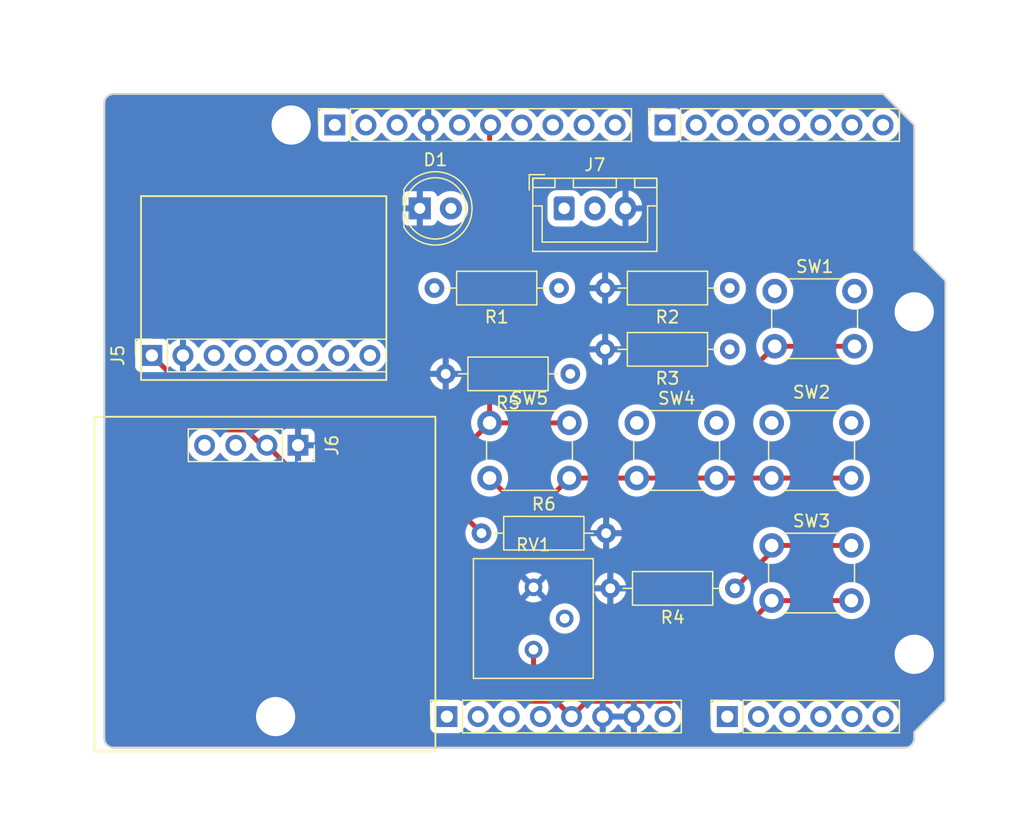
<source format=kicad_pcb>
(kicad_pcb (version 20240108) (generator "pcbnew") (generator_version "8.0")
  (title_block (date "mar. 31 mars 2015"))
  (layers (0 "F.Cu" signal) (31 "B.Cu" signal) (34 "B.Paste" user) (35 "F.Paste" user) (36 "B.SilkS" user "B.Silkscreen") (37 "F.SilkS" user "F.Silkscreen") (38 "B.Mask" user) (39 "F.Mask" user) (44 "Edge.Cuts" user))
  (net 0 "")
  (net 1 "GND")
  (net 3 "+5V")
  (net 4 "/IOREF")
  (net 5 "/A1")
  (net 6 "/A2")
  (net 7 "/A3")
  (net 8 "/SDA{slash}A4")
  (net 9 "/SCL{slash}A5")
  (net 10 "/13")
  (net 11 "/AREF")
  (net 12 "/*11")
  (net 13 "/*9")
  (net 14 "/2")
  (net 15 "/TX{slash}1")
  (net 16 "/RX{slash}0")
  (net 17 "+3V3")
  (net 18 "VCC")
  (net 19 "/~{RESET}")
  (net 20 "/I2C_SCL")
  (net 21 "/I2C_SDA")
  (net 26 "Net-(D1-A)")
  (net 27 "/TEMP_DIGITAL")
  (net 28 "/LED_LIGHT")
  (net 29 "/BUTTON_ON{slash}OFF")
  (net 30 "/BUTTON_LIGHT")
  (net 31 "/BUTTON_UNIT")
  (net 32 "/BUTTON_CAL")
  (net 33 "/BUTTON_LOCK")
  (net 34 "/TEMP_SENSOR")
  (net 35 "/*5")
  (footprint "Connector_PinSocket_2.54mm:PinSocket_1x08_P2.54mm_Vertical" (layer "F.Cu") (at 127.94 97.46 90)
    (property "Reference" "J1" (hide yes))
    (property "Value" "Power")
    (fp_line (start 1.33 -1.33) (end 1.33 0) (stroke (width 0.12)) (layer "F.SilkS"))
    (fp_line (start 0 -1.33) (end 1.33 -1.33) (stroke (width 0.12)) (layer "F.SilkS"))
    (fp_line (start 1.33 1.27) (end 1.33 19.11) (stroke (width 0.12)) (layer "F.SilkS"))
    (fp_line (start -1.33 1.27) (end 1.33 1.27) (stroke (width 0.12)) (layer "F.SilkS"))
    (fp_line (start -1.33 1.27) (end -1.33 19.11) (stroke (width 0.12)) (layer "F.SilkS"))
    (fp_line (start -1.33 19.11) (end 1.33 19.11) (stroke (width 0.12)) (layer "F.SilkS"))
    (pad "1" thru_hole rect (at 0 0 90) (size 1.7 1.7) (drill 1) (layers "*.Cu" "*.Mask"))
    (pad "2" thru_hole oval (at 0 2.54 90) (size 1.7 1.7) (drill 1) (layers "*.Cu" "*.Mask") (net 4 "/IOREF"))
    (pad "3" thru_hole oval (at 0 5.08 90) (size 1.7 1.7) (drill 1) (layers "*.Cu" "*.Mask") (net 19 "/~{RESET}"))
    (pad "4" thru_hole oval (at 0 7.62 90) (size 1.7 1.7) (drill 1) (layers "*.Cu" "*.Mask") (net 17 "+3V3"))
    (pad "5" thru_hole oval (at 0 10.16 90) (size 1.7 1.7) (drill 1) (layers "*.Cu" "*.Mask") (net 3 "+5V"))
    (pad "6" thru_hole oval (at 0 12.7 90) (size 1.7 1.7) (drill 1) (layers "*.Cu" "*.Mask") (net 1 "GND"))
    (pad "7" thru_hole oval (at 0 15.24 90) (size 1.7 1.7) (drill 1) (layers "*.Cu" "*.Mask") (net 1 "GND"))
    (pad "8" thru_hole oval (at 0 17.78 90) (size 1.7 1.7) (drill 1) (layers "*.Cu" "*.Mask") (net 18 "VCC"))
  )
  (footprint "Connector_PinSocket_2.54mm:PinSocket_1x06_P2.54mm_Vertical" (layer "F.Cu") (at 150.8 97.46 90)
    (property "Reference" "J3" (hide yes))
    (property "Value" "Analog")
    (fp_line (start 1.33 -1.33) (end 1.33 0) (stroke (width 0.12)) (layer "F.SilkS"))
    (fp_line (start 0 -1.33) (end 1.33 -1.33) (stroke (width 0.12)) (layer "F.SilkS"))
    (fp_line (start 1.33 1.27) (end 1.33 14.03) (stroke (width 0.12)) (layer "F.SilkS"))
    (fp_line (start -1.33 1.27) (end 1.33 1.27) (stroke (width 0.12)) (layer "F.SilkS"))
    (fp_line (start -1.33 1.27) (end -1.33 14.03) (stroke (width 0.12)) (layer "F.SilkS"))
    (fp_line (start -1.33 14.03) (end 1.33 14.03) (stroke (width 0.12)) (layer "F.SilkS"))
    (pad "1" thru_hole rect (at 0 0 90) (size 1.7 1.7) (drill 1) (layers "*.Cu" "*.Mask") (net 34 "/TEMP_SENSOR"))
    (pad "2" thru_hole oval (at 0 2.54 90) (size 1.7 1.7) (drill 1) (layers "*.Cu" "*.Mask") (net 5 "/A1"))
    (pad "3" thru_hole oval (at 0 5.08 90) (size 1.7 1.7) (drill 1) (layers "*.Cu" "*.Mask") (net 6 "/A2"))
    (pad "4" thru_hole oval (at 0 7.62 90) (size 1.7 1.7) (drill 1) (layers "*.Cu" "*.Mask") (net 7 "/A3"))
    (pad "5" thru_hole oval (at 0 10.16 90) (size 1.7 1.7) (drill 1) (layers "*.Cu" "*.Mask") (net 8 "/SDA{slash}A4"))
    (pad "6" thru_hole oval (at 0 12.7 90) (size 1.7 1.7) (drill 1) (layers "*.Cu" "*.Mask") (net 9 "/SCL{slash}A5"))
  )
  (footprint "Connector_PinSocket_2.54mm:PinSocket_1x10_P2.54mm_Vertical" (layer "F.Cu") (at 118.796 49.2 90)
    (property "Reference" "J2" (hide yes))
    (property "Value" "Digital/PWM")
    (fp_line (start 1.33 -1.33) (end 1.33 0) (stroke (width 0.12)) (layer "F.SilkS"))
    (fp_line (start 0 -1.33) (end 1.33 -1.33) (stroke (width 0.12)) (layer "F.SilkS"))
    (fp_line (start 1.33 1.27) (end 1.33 24.19) (stroke (width 0.12)) (layer "F.SilkS"))
    (fp_line (start -1.33 1.27) (end 1.33 1.27) (stroke (width 0.12)) (layer "F.SilkS"))
    (fp_line (start -1.33 1.27) (end -1.33 24.19) (stroke (width 0.12)) (layer "F.SilkS"))
    (fp_line (start -1.33 24.19) (end 1.33 24.19) (stroke (width 0.12)) (layer "F.SilkS"))
    (pad "1" thru_hole rect (at 0 0 90) (size 1.7 1.7) (drill 1) (layers "*.Cu" "*.Mask") (net 20 "/I2C_SCL"))
    (pad "2" thru_hole oval (at 0 2.54 90) (size 1.7 1.7) (drill 1) (layers "*.Cu" "*.Mask") (net 21 "/I2C_SDA"))
    (pad "3" thru_hole oval (at 0 5.08 90) (size 1.7 1.7) (drill 1) (layers "*.Cu" "*.Mask") (net 11 "/AREF"))
    (pad "4" thru_hole oval (at 0 7.62 90) (size 1.7 1.7) (drill 1) (layers "*.Cu" "*.Mask") (net 1 "GND"))
    (pad "5" thru_hole oval (at 0 10.16 90) (size 1.7 1.7) (drill 1) (layers "*.Cu" "*.Mask") (net 10 "/13"))
    (pad "6" thru_hole oval (at 0 12.7 90) (size 1.7 1.7) (drill 1) (layers "*.Cu" "*.Mask") (net 33 "/BUTTON_LOCK"))
    (pad "7" thru_hole oval (at 0 15.24 90) (size 1.7 1.7) (drill 1) (layers "*.Cu" "*.Mask") (net 12 "/*11"))
    (pad "8" thru_hole oval (at 0 17.78 90) (size 1.7 1.7) (drill 1) (layers "*.Cu" "*.Mask") (net 28 "/LED_LIGHT"))
    (pad "9" thru_hole oval (at 0 20.32 90) (size 1.7 1.7) (drill 1) (layers "*.Cu" "*.Mask") (net 13 "/*9"))
    (pad "10" thru_hole oval (at 0 22.86 90) (size 1.7 1.7) (drill 1) (layers "*.Cu" "*.Mask") (net 27 "/TEMP_DIGITAL"))
  )
  (footprint "Connector_PinSocket_2.54mm:PinSocket_1x08_P2.54mm_Vertical" (layer "F.Cu") (at 145.72 49.2 90)
    (property "Reference" "J4" (hide yes))
    (property "Value" "Digital/PWM")
    (fp_line (start 1.33 -1.33) (end 1.33 0) (stroke (width 0.12)) (layer "F.SilkS"))
    (fp_line (start 0 -1.33) (end 1.33 -1.33) (stroke (width 0.12)) (layer "F.SilkS"))
    (fp_line (start 1.33 1.27) (end 1.33 19.11) (stroke (width 0.12)) (layer "F.SilkS"))
    (fp_line (start -1.33 1.27) (end 1.33 1.27) (stroke (width 0.12)) (layer "F.SilkS"))
    (fp_line (start -1.33 1.27) (end -1.33 19.11) (stroke (width 0.12)) (layer "F.SilkS"))
    (fp_line (start -1.33 19.11) (end 1.33 19.11) (stroke (width 0.12)) (layer "F.SilkS"))
    (pad "1" thru_hole rect (at 0 0 90) (size 1.7 1.7) (drill 1) (layers "*.Cu" "*.Mask") (net 32 "/BUTTON_CAL"))
    (pad "2" thru_hole oval (at 0 2.54 90) (size 1.7 1.7) (drill 1) (layers "*.Cu" "*.Mask") (net 31 "/BUTTON_UNIT"))
    (pad "3" thru_hole oval (at 0 5.08 90) (size 1.7 1.7) (drill 1) (layers "*.Cu" "*.Mask") (net 35 "/*5"))
    (pad "4" thru_hole oval (at 0 7.62 90) (size 1.7 1.7) (drill 1) (layers "*.Cu" "*.Mask") (net 30 "/BUTTON_LIGHT"))
    (pad "5" thru_hole oval (at 0 10.16 90) (size 1.7 1.7) (drill 1) (layers "*.Cu" "*.Mask") (net 29 "/BUTTON_ON{slash}OFF"))
    (pad "6" thru_hole oval (at 0 12.7 90) (size 1.7 1.7) (drill 1) (layers "*.Cu" "*.Mask") (net 14 "/2"))
    (pad "7" thru_hole oval (at 0 15.24 90) (size 1.7 1.7) (drill 1) (layers "*.Cu" "*.Mask") (net 15 "/TX{slash}1"))
    (pad "8" thru_hole oval (at 0 17.78 90) (size 1.7 1.7) (drill 1) (layers "*.Cu" "*.Mask") (net 16 "/RX{slash}0"))
  )
  (footprint "Button_Switch_THT:SW_PUSH_6mm" (layer "F.Cu") (at 154.42 73.5)
    (property "Reference" "SW2" (at 3.25 -2.5 0) (layer "F.SilkS"))
    (property "Value" "SW_SPST")
    (fp_line (start -0.25 1.5) (end -0.25 3) (stroke (width 0.12)) (layer "F.SilkS"))
    (fp_line (start 1 5.5) (end 5.5 5.5) (stroke (width 0.12)) (layer "F.SilkS"))
    (fp_line (start 5.5 -1) (end 1 -1) (stroke (width 0.12)) (layer "F.SilkS"))
    (fp_line (start 6.75 3) (end 6.75 1.5) (stroke (width 0.12)) (layer "F.SilkS"))
    (pad "1" thru_hole circle (at 0 0 90) (size 2 2) (drill 1.1) (layers "*.Cu" "*.Mask") (net 30 "/BUTTON_LIGHT"))
    (pad "1" thru_hole circle (at 6.5 0 90) (size 2 2) (drill 1.1) (layers "*.Cu" "*.Mask") (net 30 "/BUTTON_LIGHT"))
    (pad "2" thru_hole circle (at 0 4.5 90) (size 2 2) (drill 1.1) (layers "*.Cu" "*.Mask") (net 3 "+5V"))
    (pad "2" thru_hole circle (at 6.5 4.5 90) (size 2 2) (drill 1.1) (layers "*.Cu" "*.Mask") (net 3 "+5V"))
  )
  (footprint "Button_Switch_THT:SW_PUSH_6mm" (layer "F.Cu") (at 143.42 73.5)
    (property "Reference" "SW4" (at 3.25 -2 0) (layer "F.SilkS"))
    (property "Value" "SW_SPST")
    (fp_line (start -0.25 1.5) (end -0.25 3) (stroke (width 0.12)) (layer "F.SilkS"))
    (fp_line (start 1 5.5) (end 5.5 5.5) (stroke (width 0.12)) (layer "F.SilkS"))
    (fp_line (start 5.5 -1) (end 1 -1) (stroke (width 0.12)) (layer "F.SilkS"))
    (fp_line (start 6.75 3) (end 6.75 1.5) (stroke (width 0.12)) (layer "F.SilkS"))
    (pad "1" thru_hole circle (at 0 0 90) (size 2 2) (drill 1.1) (layers "*.Cu" "*.Mask") (net 32 "/BUTTON_CAL"))
    (pad "1" thru_hole circle (at 6.5 0 90) (size 2 2) (drill 1.1) (layers "*.Cu" "*.Mask") (net 32 "/BUTTON_CAL"))
    (pad "2" thru_hole circle (at 0 4.5 90) (size 2 2) (drill 1.1) (layers "*.Cu" "*.Mask") (net 3 "+5V"))
    (pad "2" thru_hole circle (at 6.5 4.5 90) (size 2 2) (drill 1.1) (layers "*.Cu" "*.Mask") (net 3 "+5V"))
  )
  (footprint "Potentiometer_THT:Potentiometer_Bourns_3386P_Vertical" (layer "F.Cu") (at 135 92)
    (property "Reference" "RV1" (at -0.015 -8.555 0) (layer "F.SilkS"))
    (property "Value" "R_Potentiometer")
    (fp_line (start -4.9 -7.425) (end -4.9 2.345) (stroke (width 0.12)) (layer "F.SilkS"))
    (fp_line (start -4.9 -7.425) (end 4.87 -7.425) (stroke (width 0.12)) (layer "F.SilkS"))
    (fp_line (start -4.9 2.345) (end 4.87 2.345) (stroke (width 0.12)) (layer "F.SilkS"))
    (fp_line (start 4.87 -7.425) (end 4.87 2.345) (stroke (width 0.12)) (layer "F.SilkS"))
    (pad "1" thru_hole circle (at 0 0) (size 1.44 1.44) (drill 0.8) (layers "*.Cu" "*.Mask") (net 3 "+5V"))
    (pad "2" thru_hole circle (at 2.54 -2.54) (size 1.44 1.44) (drill 0.8) (layers "*.Cu" "*.Mask") (net 34 "/TEMP_SENSOR"))
    (pad "3" thru_hole circle (at 0 -5.08) (size 1.44 1.44) (drill 0.8) (layers "*.Cu" "*.Mask") (net 1 "GND"))
  )
  (footprint "Button_Switch_THT:SW_PUSH_6mm" (layer "F.Cu") (at 131.42 73.5)
    (property "Reference" "SW5" (at 3.25 -2 0) (layer "F.SilkS"))
    (property "Value" "SW_SPST")
    (fp_line (start -0.25 1.5) (end -0.25 3) (stroke (width 0.12)) (layer "F.SilkS"))
    (fp_line (start 1 5.5) (end 5.5 5.5) (stroke (width 0.12)) (layer "F.SilkS"))
    (fp_line (start 5.5 -1) (end 1 -1) (stroke (width 0.12)) (layer "F.SilkS"))
    (fp_line (start 6.75 3) (end 6.75 1.5) (stroke (width 0.12)) (layer "F.SilkS"))
    (pad "1" thru_hole circle (at 0 0 90) (size 2 2) (drill 1.1) (layers "*.Cu" "*.Mask") (net 33 "/BUTTON_LOCK"))
    (pad "1" thru_hole circle (at 6.5 0 90) (size 2 2) (drill 1.1) (layers "*.Cu" "*.Mask") (net 33 "/BUTTON_LOCK"))
    (pad "2" thru_hole circle (at 0 4.5 90) (size 2 2) (drill 1.1) (layers "*.Cu" "*.Mask") (net 3 "+5V"))
    (pad "2" thru_hole circle (at 6.5 4.5 90) (size 2 2) (drill 1.1) (layers "*.Cu" "*.Mask") (net 3 "+5V"))
  )
  (footprint "Connector_JST:JST_XH_B3B-XH-A_1x03_P2.50mm_Vertical" (layer "F.Cu") (at 137.5 56)
    (property "Reference" "J7" (at 2.5 -3.55 0) (layer "F.SilkS"))
    (property "Value" "CONN_TEMP")
    (fp_line (start -2.85 -2.75) (end -2.85 -1.5) (stroke (width 0.12)) (layer "F.SilkS"))
    (fp_line (start -2.56 -2.46) (end -2.56 3.51) (stroke (width 0.12)) (layer "F.SilkS"))
    (fp_line (start -2.56 3.51) (end 7.56 3.51) (stroke (width 0.12)) (layer "F.SilkS"))
    (fp_line (start -2.55 -2.45) (end -2.55 -1.7) (stroke (width 0.12)) (layer "F.SilkS"))
    (fp_line (start -2.55 -1.7) (end -0.75 -1.7) (stroke (width 0.12)) (layer "F.SilkS"))
    (fp_line (start -2.55 -0.2) (end -1.8 -0.2) (stroke (width 0.12)) (layer "F.SilkS"))
    (fp_line (start -1.8 -0.2) (end -1.8 2.75) (stroke (width 0.12)) (layer "F.SilkS"))
    (fp_line (start -1.8 2.75) (end 2.5 2.75) (stroke (width 0.12)) (layer "F.SilkS"))
    (fp_line (start -1.6 -2.75) (end -2.85 -2.75) (stroke (width 0.12)) (layer "F.SilkS"))
    (fp_line (start -0.75 -2.45) (end -2.55 -2.45) (stroke (width 0.12)) (layer "F.SilkS"))
    (fp_line (start -0.75 -1.7) (end -0.75 -2.45) (stroke (width 0.12)) (layer "F.SilkS"))
    (fp_line (start 0.75 -2.45) (end 0.75 -1.7) (stroke (width 0.12)) (layer "F.SilkS"))
    (fp_line (start 0.75 -1.7) (end 4.25 -1.7) (stroke (width 0.12)) (layer "F.SilkS"))
    (fp_line (start 4.25 -2.45) (end 0.75 -2.45) (stroke (width 0.12)) (layer "F.SilkS"))
    (fp_line (start 4.25 -1.7) (end 4.25 -2.45) (stroke (width 0.12)) (layer "F.SilkS"))
    (fp_line (start 5.75 -2.45) (end 5.75 -1.7) (stroke (width 0.12)) (layer "F.SilkS"))
    (fp_line (start 5.75 -1.7) (end 7.55 -1.7) (stroke (width 0.12)) (layer "F.SilkS"))
    (fp_line (start 6.8 -0.2) (end 6.8 2.75) (stroke (width 0.12)) (layer "F.SilkS"))
    (fp_line (start 6.8 2.75) (end 2.5 2.75) (stroke (width 0.12)) (layer "F.SilkS"))
    (fp_line (start 7.55 -2.45) (end 5.75 -2.45) (stroke (width 0.12)) (layer "F.SilkS"))
    (fp_line (start 7.55 -1.7) (end 7.55 -2.45) (stroke (width 0.12)) (layer "F.SilkS"))
    (fp_line (start 7.55 -0.2) (end 6.8 -0.2) (stroke (width 0.12)) (layer "F.SilkS"))
    (fp_line (start 7.56 -2.46) (end -2.56 -2.46) (stroke (width 0.12)) (layer "F.SilkS"))
    (fp_line (start 7.56 3.51) (end 7.56 -2.46) (stroke (width 0.12)) (layer "F.SilkS"))
    (pad "1" thru_hole roundrect (at 0 0) (size 1.7 1.95) (drill 0.95) (layers "*.Cu" "*.Mask") (roundrect_rratio 0.147059) (net 3 "+5V"))
    (pad "2" thru_hole oval (at 2.5 0) (size 1.7 1.95) (drill 0.95) (layers "*.Cu" "*.Mask") (net 27 "/TEMP_DIGITAL"))
    (pad "3" thru_hole oval (at 5 0) (size 1.7 1.95) (drill 0.95) (layers "*.Cu" "*.Mask") (net 1 "GND"))
  )
  (footprint "LED_THT:LED_D5.0mm" (layer "F.Cu") (at 125.725 56)
    (property "Reference" "D1" (at 1.27 -3.96 0) (layer "F.SilkS"))
    (property "Value" "LED")
    (fp_line (start -1.29 -1.545) (end -1.29 1.545) (stroke (width 0.12)) (layer "F.SilkS"))
    (fp_arc (start -1.29 -1.54483) (mid 2.071756 -2.880501) (end 4.26 -0.000048) (stroke (width 0.12)) (layer "F.SilkS"))
    (fp_arc (start 4.26 0.000048) (mid 2.071756 2.880501) (end -1.29 1.54483) (stroke (width 0.12)) (layer "F.SilkS"))
    (fp_circle (center 1.27 0) (end 3.77 0) (stroke (width 0.12)) (fill none) (layer "F.SilkS"))
    (pad "1" thru_hole rect (at 0 0) (size 1.8 1.8) (drill 0.9) (layers "*.Cu" "*.Mask") (net 1 "GND"))
    (pad "2" thru_hole circle (at 2.54 0) (size 1.8 1.8) (drill 0.9) (layers "*.Cu" "*.Mask") (net 26 "Net-(D1-A)"))
  )
  (footprint "Resistor_THT:R_Axial_DIN0207_L6.3mm_D2.5mm_P10.16mm_Horizontal" (layer "F.Cu") (at 137.08 62.5 180)
    (property "Reference" "R1" (at 5.08 -2.37 360) (layer "F.SilkS"))
    (property "Value" "100k")
    (fp_line (start 9.12 0) (end 8.35 0) (stroke (width 0.12)) (layer "F.SilkS"))
    (fp_line (start 8.35 1.37) (end 8.35 -1.37) (stroke (width 0.12)) (layer "F.SilkS"))
    (fp_line (start 8.35 -1.37) (end 1.81 -1.37) (stroke (width 0.12)) (layer "F.SilkS"))
    (fp_line (start 1.81 1.37) (end 8.35 1.37) (stroke (width 0.12)) (layer "F.SilkS"))
    (fp_line (start 1.81 -1.37) (end 1.81 1.37) (stroke (width 0.12)) (layer "F.SilkS"))
    (fp_line (start 1.04 0) (end 1.81 0) (stroke (width 0.12)) (layer "F.SilkS"))
    (pad "1" thru_hole circle (at 0 0 180) (size 1.6 1.6) (drill 0.8) (layers "*.Cu" "*.Mask") (net 28 "/LED_LIGHT"))
    (pad "2" thru_hole oval (at 10.16 0 180) (size 1.6 1.6) (drill 0.8) (layers "*.Cu" "*.Mask") (net 26 "Net-(D1-A)"))
  )
  (footprint "Arduino_MountingHole:MountingHole_3.2mm" (layer "F.Cu") (at 115.24 49.2)
    (property "Reference" "MH1" (hide yes))
    (property "Value" "MountingHole_3.2mm" (hide yes))
    (pad "" np_thru_hole circle (at 0 0) (size 3.2 3.2) (drill 3.2) (layers "*.Cu" "*.Mask"))
  )
  (footprint "Connector_PinSocket_2.54mm:PinSocket_1x04_P2.54mm_Vertical" (layer "F.Cu") (at 115.8 75.325 -90)
    (property "Reference" "J6" (at 0 -2.77 90) (layer "F.SilkS"))
    (property "Value" "Connector Display")
    (fp_line (start -1.33 8.95) (end 1.33 8.95) (stroke (width 0.12)) (layer "F.SilkS"))
    (fp_line (start -1.33 1.27) (end -1.33 8.95) (stroke (width 0.12)) (layer "F.SilkS"))
    (fp_line (start -1.33 1.27) (end 1.33 1.27) (stroke (width 0.12)) (layer "F.SilkS"))
    (fp_line (start 1.33 1.27) (end 1.33 8.95) (stroke (width 0.12)) (layer "F.SilkS"))
    (fp_line (start 0 -1.33) (end 1.33 -1.33) (stroke (width 0.12)) (layer "F.SilkS"))
    (fp_line (start 1.33 -1.33) (end 1.33 0) (stroke (width 0.12)) (layer "F.SilkS"))
    (pad "1" thru_hole rect (at 0 0 270) (size 1.7 1.7) (drill 1) (layers "*.Cu" "*.Mask") (net 1 "GND"))
    (pad "2" thru_hole oval (at 0 2.54 270) (size 1.7 1.7) (drill 1) (layers "*.Cu" "*.Mask") (net 3 "+5V"))
    (pad "3" thru_hole oval (at 0 5.08 270) (size 1.7 1.7) (drill 1) (layers "*.Cu" "*.Mask") (net 20 "/I2C_SCL"))
    (pad "4" thru_hole oval (at 0 7.62 270) (size 1.7 1.7) (drill 1) (layers "*.Cu" "*.Mask") (net 21 "/I2C_SDA"))
  )
  (footprint "Resistor_THT:R_Axial_DIN0207_L6.3mm_D2.5mm_P10.16mm_Horizontal" (layer "F.Cu") (at 151.42 87 180)
    (property "Reference" "R4" (at 5.08 -2.37 360) (layer "F.SilkS"))
    (property "Value" "100k")
    (fp_line (start 9.12 0) (end 8.35 0) (stroke (width 0.12)) (layer "F.SilkS"))
    (fp_line (start 8.35 1.37) (end 8.35 -1.37) (stroke (width 0.12)) (layer "F.SilkS"))
    (fp_line (start 8.35 -1.37) (end 1.81 -1.37) (stroke (width 0.12)) (layer "F.SilkS"))
    (fp_line (start 1.81 1.37) (end 8.35 1.37) (stroke (width 0.12)) (layer "F.SilkS"))
    (fp_line (start 1.81 -1.37) (end 1.81 1.37) (stroke (width 0.12)) (layer "F.SilkS"))
    (fp_line (start 1.04 0) (end 1.81 0) (stroke (width 0.12)) (layer "F.SilkS"))
    (pad "1" thru_hole circle (at 0 0 180) (size 1.6 1.6) (drill 0.8) (layers "*.Cu" "*.Mask") (net 31 "/BUTTON_UNIT"))
    (pad "2" thru_hole oval (at 10.16 0 180) (size 1.6 1.6) (drill 0.8) (layers "*.Cu" "*.Mask") (net 1 "GND"))
  )
  (footprint "Resistor_THT:R_Axial_DIN0207_L6.3mm_D2.5mm_P10.16mm_Horizontal" (layer "F.Cu") (at 151 67.5 180)
    (property "Reference" "R3" (at 5.08 -2.37 360) (layer "F.SilkS"))
    (property "Value" "100k")
    (fp_line (start 9.12 0) (end 8.35 0) (stroke (width 0.12)) (layer "F.SilkS"))
    (fp_line (start 8.35 1.37) (end 8.35 -1.37) (stroke (width 0.12)) (layer "F.SilkS"))
    (fp_line (start 8.35 -1.37) (end 1.81 -1.37) (stroke (width 0.12)) (layer "F.SilkS"))
    (fp_line (start 1.81 1.37) (end 8.35 1.37) (stroke (width 0.12)) (layer "F.SilkS"))
    (fp_line (start 1.81 -1.37) (end 1.81 1.37) (stroke (width 0.12)) (layer "F.SilkS"))
    (fp_line (start 1.04 0) (end 1.81 0) (stroke (width 0.12)) (layer "F.SilkS"))
    (pad "1" thru_hole circle (at 0 0 180) (size 1.6 1.6) (drill 0.8) (layers "*.Cu" "*.Mask") (net 30 "/BUTTON_LIGHT"))
    (pad "2" thru_hole oval (at 10.16 0 180) (size 1.6 1.6) (drill 0.8) (layers "*.Cu" "*.Mask") (net 1 "GND"))
  )
  (footprint "Resistor_THT:R_Axial_DIN0207_L6.3mm_D2.5mm_P10.16mm_Horizontal" (layer "F.Cu") (at 151 62.5 180)
    (property "Reference" "R2" (at 5.08 -2.37 360) (layer "F.SilkS"))
    (property "Value" "100k")
    (fp_line (start 9.12 0) (end 8.35 0) (stroke (width 0.12)) (layer "F.SilkS"))
    (fp_line (start 8.35 1.37) (end 8.35 -1.37) (stroke (width 0.12)) (layer "F.SilkS"))
    (fp_line (start 8.35 -1.37) (end 1.81 -1.37) (stroke (width 0.12)) (layer "F.SilkS"))
    (fp_line (start 1.81 1.37) (end 8.35 1.37) (stroke (width 0.12)) (layer "F.SilkS"))
    (fp_line (start 1.81 -1.37) (end 1.81 1.37) (stroke (width 0.12)) (layer "F.SilkS"))
    (fp_line (start 1.04 0) (end 1.81 0) (stroke (width 0.12)) (layer "F.SilkS"))
    (pad "1" thru_hole circle (at 0 0 180) (size 1.6 1.6) (drill 0.8) (layers "*.Cu" "*.Mask") (net 29 "/BUTTON_ON{slash}OFF"))
    (pad "2" thru_hole oval (at 10.16 0 180) (size 1.6 1.6) (drill 0.8) (layers "*.Cu" "*.Mask") (net 1 "GND"))
  )
  (footprint "Resistor_THT:R_Axial_DIN0207_L6.3mm_D2.5mm_P10.16mm_Horizontal" (layer "F.Cu") (at 130.76 82.5)
    (property "Reference" "R6" (at 5.08 -2.37 0) (layer "F.SilkS"))
    (property "Value" "100k")
    (fp_line (start 1.04 0) (end 1.81 0) (stroke (width 0.12)) (layer "F.SilkS"))
    (fp_line (start 1.81 -1.37) (end 1.81 1.37) (stroke (width 0.12)) (layer "F.SilkS"))
    (fp_line (start 1.81 1.37) (end 8.35 1.37) (stroke (width 0.12)) (layer "F.SilkS"))
    (fp_line (start 8.35 -1.37) (end 1.81 -1.37) (stroke (width 0.12)) (layer "F.SilkS"))
    (fp_line (start 8.35 1.37) (end 8.35 -1.37) (stroke (width 0.12)) (layer "F.SilkS"))
    (fp_line (start 9.12 0) (end 8.35 0) (stroke (width 0.12)) (layer "F.SilkS"))
    (pad "1" thru_hole circle (at 0 0) (size 1.6 1.6) (drill 0.8) (layers "*.Cu" "*.Mask") (net 33 "/BUTTON_LOCK"))
    (pad "2" thru_hole oval (at 10.16 0) (size 1.6 1.6) (drill 0.8) (layers "*.Cu" "*.Mask") (net 1 "GND"))
  )
  (footprint "Button_Switch_THT:SW_PUSH_6mm" (layer "F.Cu") (at 154.67 62.75)
    (property "Reference" "SW1" (at 3.25 -2 0) (layer "F.SilkS"))
    (property "Value" "SW_SPST")
    (fp_line (start -0.25 1.5) (end -0.25 3) (stroke (width 0.12)) (layer "F.SilkS"))
    (fp_line (start 1 5.5) (end 5.5 5.5) (stroke (width 0.12)) (layer "F.SilkS"))
    (fp_line (start 5.5 -1) (end 1 -1) (stroke (width 0.12)) (layer "F.SilkS"))
    (fp_line (start 6.75 3) (end 6.75 1.5) (stroke (width 0.12)) (layer "F.SilkS"))
    (pad "1" thru_hole circle (at 0 0 90) (size 2 2) (drill 1.1) (layers "*.Cu" "*.Mask") (net 29 "/BUTTON_ON{slash}OFF"))
    (pad "1" thru_hole circle (at 6.5 0 90) (size 2 2) (drill 1.1) (layers "*.Cu" "*.Mask") (net 29 "/BUTTON_ON{slash}OFF"))
    (pad "2" thru_hole circle (at 0 4.5 90) (size 2 2) (drill 1.1) (layers "*.Cu" "*.Mask") (net 3 "+5V"))
    (pad "2" thru_hole circle (at 6.5 4.5 90) (size 2 2) (drill 1.1) (layers "*.Cu" "*.Mask") (net 3 "+5V"))
  )
  (footprint "Resistor_THT:R_Axial_DIN0207_L6.3mm_D2.5mm_P10.16mm_Horizontal" (layer "F.Cu") (at 138 69.5 180)
    (property "Reference" "R5" (at 5.08 -2.37 360) (layer "F.SilkS"))
    (property "Value" "100k")
    (fp_line (start 9.12 0) (end 8.35 0) (stroke (width 0.12)) (layer "F.SilkS"))
    (fp_line (start 8.35 1.37) (end 8.35 -1.37) (stroke (width 0.12)) (layer "F.SilkS"))
    (fp_line (start 8.35 -1.37) (end 1.81 -1.37) (stroke (width 0.12)) (layer "F.SilkS"))
    (fp_line (start 1.81 1.37) (end 8.35 1.37) (stroke (width 0.12)) (layer "F.SilkS"))
    (fp_line (start 1.81 -1.37) (end 1.81 1.37) (stroke (width 0.12)) (layer "F.SilkS"))
    (fp_line (start 1.04 0) (end 1.81 0) (stroke (width 0.12)) (layer "F.SilkS"))
    (pad "1" thru_hole circle (at 0 0 180) (size 1.6 1.6) (drill 0.8) (layers "*.Cu" "*.Mask") (net 32 "/BUTTON_CAL"))
    (pad "2" thru_hole oval (at 10.16 0 180) (size 1.6 1.6) (drill 0.8) (layers "*.Cu" "*.Mask") (net 1 "GND"))
  )
  (footprint "Arduino_MountingHole:MountingHole_3.2mm" (layer "F.Cu") (at 113.97 97.46)
    (property "Reference" "MH2" (hide yes))
    (property "Value" "MountingHole_3.2mm" (hide yes))
    (pad "" np_thru_hole circle (at 0 0) (size 3.2 3.2) (drill 3.2) (layers "*.Cu" "*.Mask"))
  )
  (footprint "Button_Switch_THT:SW_PUSH_6mm" (layer "F.Cu") (at 154.42 83.5)
    (property "Reference" "SW3" (at 3.25 -2 0) (layer "F.SilkS"))
    (property "Value" "SW_SPST")
    (fp_line (start -0.25 1.5) (end -0.25 3) (stroke (width 0.12)) (layer "F.SilkS"))
    (fp_line (start 1 5.5) (end 5.5 5.5) (stroke (width 0.12)) (layer "F.SilkS"))
    (fp_line (start 5.5 -1) (end 1 -1) (stroke (width 0.12)) (layer "F.SilkS"))
    (fp_line (start 6.75 3) (end 6.75 1.5) (stroke (width 0.12)) (layer "F.SilkS"))
    (pad "1" thru_hole circle (at 0 0 90) (size 2 2) (drill 1.1) (layers "*.Cu" "*.Mask") (net 31 "/BUTTON_UNIT"))
    (pad "1" thru_hole circle (at 6.5 0 90) (size 2 2) (drill 1.1) (layers "*.Cu" "*.Mask") (net 31 "/BUTTON_UNIT"))
    (pad "2" thru_hole circle (at 0 4.5 90) (size 2 2) (drill 1.1) (layers "*.Cu" "*.Mask") (net 3 "+5V"))
    (pad "2" thru_hole circle (at 6.5 4.5 90) (size 2 2) (drill 1.1) (layers "*.Cu" "*.Mask") (net 3 "+5V"))
  )
  (footprint "Arduino_MountingHole:MountingHole_3.2mm" (layer "F.Cu") (at 166.04 64.44)
    (property "Reference" "MH3" (hide yes))
    (property "Value" "MountingHole_3.2mm" (hide yes))
    (pad "" np_thru_hole circle (at 0 0) (size 3.2 3.2) (drill 3.2) (layers "*.Cu" "*.Mask"))
  )
  (footprint "Connector_PinSocket_2.54mm:PinSocket_1x08_P2.54mm_Vertical" (layer "F.Cu") (at 103.88 68 90)
    (property "Reference" "J5" (at 0 -2.77 90) (layer "F.SilkS"))
    (property "Value" "CONN_GYRO")
    (fp_line (start 1.33 -1.33) (end 1.33 0) (stroke (width 0.12)) (layer "F.SilkS"))
    (fp_line (start 0 -1.33) (end 1.33 -1.33) (stroke (width 0.12)) (layer "F.SilkS"))
    (fp_line (start 1.33 1.27) (end 1.33 19.11) (stroke (width 0.12)) (layer "F.SilkS"))
    (fp_line (start -1.33 1.27) (end 1.33 1.27) (stroke (width 0.12)) (layer "F.SilkS"))
    (fp_line (start -1.33 1.27) (end -1.33 19.11) (stroke (width 0.12)) (layer "F.SilkS"))
    (fp_line (start -1.33 19.11) (end 1.33 19.11) (stroke (width 0.12)) (layer "F.SilkS"))
    (pad "1" thru_hole rect (at 0 0 90) (size 1.7 1.7) (drill 1) (layers "*.Cu" "*.Mask") (net 3 "+5V"))
    (pad "2" thru_hole oval (at 0 2.54 90) (size 1.7 1.7) (drill 1) (layers "*.Cu" "*.Mask") (net 1 "GND"))
    (pad "3" thru_hole oval (at 0 5.08 90) (size 1.7 1.7) (drill 1) (layers "*.Cu" "*.Mask") (net 20 "/I2C_SCL"))
    (pad "4" thru_hole oval (at 0 7.62 90) (size 1.7 1.7) (drill 1) (layers "*.Cu" "*.Mask") (net 21 "/I2C_SDA"))
    (pad "5" thru_hole oval (at 0 10.16 90) (size 1.7 1.7) (drill 1) (layers "*.Cu" "*.Mask"))
    (pad "6" thru_hole oval (at 0 12.7 90) (size 1.7 1.7) (drill 1) (layers "*.Cu" "*.Mask"))
    (pad "7" thru_hole oval (at 0 15.24 90) (size 1.7 1.7) (drill 1) (layers "*.Cu" "*.Mask"))
    (pad "8" thru_hole oval (at 0 17.78 90) (size 1.7 1.7) (drill 1) (layers "*.Cu" "*.Mask"))
  )
  (footprint "Arduino_MountingHole:MountingHole_3.2mm" (layer "F.Cu") (at 166.04 92.38)
    (property "Reference" "MH4" (hide yes))
    (property "Value" "MountingHole_3.2mm" (hide yes))
    (pad "" np_thru_hole circle (at 0 0) (size 3.2 3.2) (drill 3.2) (layers "*.Cu" "*.Mask"))
  )
  (gr_rect (start 103 55) (end 123 70) (stroke (width 0.15)) (fill none) (layer "F.SilkS"))
  (gr_rect (start 127 100.3) (end 99.2 73) (stroke (width 0.15)) (fill none) (layer "F.SilkS"))
  (gr_line (start 166.04 59.36) (end 168.58 61.9) (stroke (width 0.15)) (layer "Edge.Cuts"))
  (gr_line (start 100 99.238) (end 100 47.422) (stroke (width 0.15)) (layer "Edge.Cuts"))
  (gr_line (start 168.58 61.9) (end 168.58 96.19) (stroke (width 0.15)) (layer "Edge.Cuts"))
  (gr_line (start 165.278 100) (end 100.762 100) (stroke (width 0.15)) (layer "Edge.Cuts"))
  (gr_line (start 100.762 46.66) (end 163.5 46.66) (stroke (width 0.15)) (layer "Edge.Cuts"))
  (gr_arc (start 100.762 100) (mid 100.223185 99.776815) (end 100 99.238) (stroke (width 0.15)) (layer "Edge.Cuts"))
  (gr_line (start 168.58 96.19) (end 166.04 98.73) (stroke (width 0.15)) (layer "Edge.Cuts"))
  (gr_line (start 163.5 46.66) (end 166.04 49.2) (stroke (width 0.15)) (layer "Edge.Cuts"))
  (gr_arc (start 166.04 99.238) (mid 165.816815 99.776815) (end 165.278 100) (stroke (width 0.15)) (layer "Edge.Cuts"))
  (gr_line (start 166.04 49.2) (end 166.04 59.36) (stroke (width 0.15)) (layer "Edge.Cuts"))
  (gr_line (start 166.04 98.73) (end 166.04 99.238) (stroke (width 0.15)) (layer "Edge.Cuts"))
  (gr_arc (start 100 47.422) (mid 100.223185 46.883185) (end 100.762 46.66) (stroke (width 0.15)) (layer "Edge.Cuts"))
  (segment (start 154.42 78) (end 160.92 78) (width 0.4) (layer "F.Cu") (net 3))
  (segment (start 137.92 78) (end 143.42 78) (width 0.4) (layer "F.Cu") (net 3))
  (segment (start 160.92 88) (end 154.42 88) (width 0.4) (layer "F.Cu") (net 3))
  (segment (start 152.42 78) (end 152.42 69.5) (width 0.4) (layer "F.Cu") (net 3))
  (segment (start 127.2175 89.2825) (end 113.26 75.325) (width 0.4) (layer "F.Cu") (net 3))
  (segment (start 109.955 74.075) (end 103.88 68) (width 0.4) (layer "F.Cu") (net 3))
  (segment (start 134.42 82.08) (end 134.42 81) (width 0.4) (layer "F.Cu") (net 3))
  (segment (start 152.42 78) (end 154.42 78) (width 0.4) (layer "F.Cu") (net 3))
  (segment (start 111.575 74.075) (end 109.955 74.075) (width 0.4) (layer "F.Cu") (net 3))
  (segment (start 113.26 75.325) (end 112.825 75.325) (width 0.4) (layer "F.Cu") (net 3))
  (segment (start 134.92 81) (end 137.92 78) (width 0.4) (layer "F.Cu") (net 3))
  (segment (start 134.42 81) (end 131.42 78) (width 0.4) (layer "F.Cu") (net 3))
  (segment (start 112.825 75.325) (end 111.575 74.075) (width 0.4) (layer "F.Cu") (net 3))
  (segment (start 143.42 78) (end 149.92 78) (width 0.4) (layer "F.Cu") (net 3))
  (segment (start 134.92 81) (end 134.42 81) (width 0.4) (layer "F.Cu") (net 3))
  (segment (start 146.21 96.21) (end 154.42 88) (width 0.4) (layer "F.Cu") (net 3))
  (segment (start 149.92 78) (end 152.42 78) (width 0.4) (layer "F.Cu") (net 3))
  (segment (start 139.35 96.21) (end 146.21 96.21) (width 0.4) (layer "F.Cu") (net 3))
  (segment (start 136.85 96.21) (end 134.145 96.21) (width 0.4) (layer "F.Cu") (net 3))
  (segment (start 152.42 69.5) (end 154.67 67.25) (width 0.4) (layer "F.Cu") (net 3))
  (segment (start 134.145 96.21) (end 127.2175 89.2825) (width 0.4) (layer "F.Cu") (net 3))
  (segment (start 154.67 67.25) (end 161.17 67.25) (width 0.4) (layer "F.Cu") (net 3))
  (segment (start 138.1 97.46) (end 136.85 96.21) (width 0.4) (layer "F.Cu") (net 3))
  (segment (start 127.2175 89.2825) (end 134.42 82.08) (width 0.4) (layer "F.Cu") (net 3))
  (segment (start 135 94.36) (end 135 92) (width 0.4) (layer "F.Cu") (net 3))
  (segment (start 138.1 97.46) (end 139.35 96.21) (width 0.4) (layer "F.Cu") (net 3))
  (segment (start 138.1 97.46) (end 135 94.36) (width 0.4) (layer "F.Cu") (net 3))
  (segment (start 151.42 87) (end 154.42 84) (width 0.4) (layer "F.Cu") (net 31))
  (segment (start 154.42 83.5) (end 160.92 83.5) (width 0.4) (layer "F.Cu") (net 31))
  (segment (start 154.42 84) (end 154.42 83.5) (width 0.4) (layer "F.Cu") (net 31))
  (segment (start 128.5 76.42) (end 128.5 80.24) (width 0.4) (layer "F.Cu") (net 33))
  (segment (start 131.42 73.5) (end 131.42 49.276) (width 0.4) (layer "F.Cu") (net 33))
  (segment (start 128.5 80.24) (end 130.76 82.5) (width 0.4) (layer "F.Cu") (net 33))
  (segment (start 131.42 73.5) (end 137.92 73.5) (width 0.4) (layer "F.Cu") (net 33))
  (segment (start 131.42 49.276) (end 131.496 49.2) (width 0.4) (layer "F.Cu") (net 33))
  (segment (start 131.42 73.5) (end 128.5 76.42) (width 0.4) (layer "F.Cu") (net 33))
  (zone (net 1) (net_name "GND") (layer "B.Cu") (connect_pads (clearance 0.508)) (min_thickness 0.25) (fill yes (thermal_gap 0.5) (thermal_bridge_width 0.5))
    (polygon (pts (xy 91.5 40.5) (xy 175 39) (xy 172.5 106) (xy 93.5 105.5)))
  )
)
</source>
